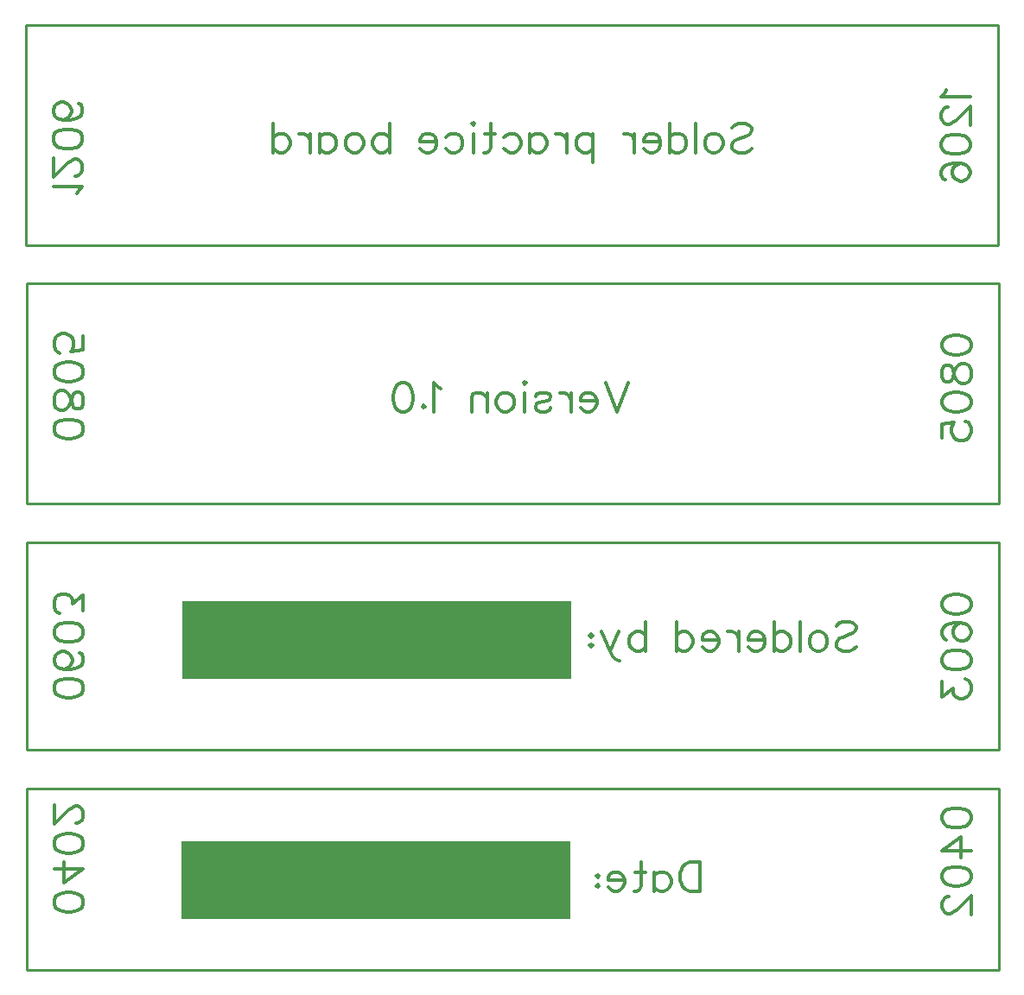
<source format=gbo>
G04 Layer: BottomSilkscreenLayer*
G04 EasyEDA v6.5.22, 2023-04-04 18:07:08*
G04 a67cddfb3fce44daa9051d46cbbcc19f,10*
G04 Gerber Generator version 0.2*
G04 Scale: 100 percent, Rotated: No, Reflected: No *
G04 Dimensions in inches *
G04 leading zeros omitted , absolute positions ,3 integer and 6 decimal *
%FSLAX36Y36*%
%MOIN*%

%ADD10C,0.0118*%
%ADD11C,0.0100*%

%LPD*%
D10*
X2424994Y2369178D02*
G01*
X2382046Y2256437D01*
X2339097Y2369178D02*
G01*
X2382046Y2256437D01*
X2303663Y2299385D02*
G01*
X2239240Y2299385D01*
X2239240Y2310124D01*
X2244609Y2320861D01*
X2249976Y2326230D01*
X2260715Y2331597D01*
X2276821Y2331597D01*
X2287557Y2326230D01*
X2298294Y2315491D01*
X2303663Y2299385D01*
X2303663Y2288649D01*
X2298294Y2272543D01*
X2287557Y2261806D01*
X2276821Y2256437D01*
X2260715Y2256437D01*
X2249976Y2261806D01*
X2239240Y2272543D01*
X2203806Y2331597D02*
G01*
X2203806Y2256437D01*
X2203806Y2299385D02*
G01*
X2198438Y2315491D01*
X2187700Y2326230D01*
X2176963Y2331597D01*
X2160857Y2331597D01*
X2066369Y2315491D02*
G01*
X2071738Y2326230D01*
X2087844Y2331597D01*
X2103950Y2331597D01*
X2120056Y2326230D01*
X2125424Y2315491D01*
X2120056Y2304755D01*
X2109318Y2299385D01*
X2082475Y2294018D01*
X2071738Y2288649D01*
X2066369Y2277912D01*
X2066369Y2272543D01*
X2071738Y2261806D01*
X2087844Y2256437D01*
X2103950Y2256437D01*
X2120056Y2261806D01*
X2125424Y2272543D01*
X2030937Y2369178D02*
G01*
X2025568Y2363809D01*
X2020200Y2369178D01*
X2025568Y2374546D01*
X2030937Y2369178D01*
X2025568Y2331597D02*
G01*
X2025568Y2256437D01*
X1957924Y2331597D02*
G01*
X1968661Y2326230D01*
X1979398Y2315491D01*
X1984767Y2299385D01*
X1984767Y2288649D01*
X1979398Y2272543D01*
X1968661Y2261806D01*
X1957924Y2256437D01*
X1941818Y2256437D01*
X1931080Y2261806D01*
X1920343Y2272543D01*
X1914975Y2288649D01*
X1914975Y2299385D01*
X1920343Y2315491D01*
X1931080Y2326230D01*
X1941818Y2331597D01*
X1957924Y2331597D01*
X1879542Y2331597D02*
G01*
X1879542Y2256437D01*
X1879542Y2310124D02*
G01*
X1863436Y2326230D01*
X1852698Y2331597D01*
X1836592Y2331597D01*
X1825855Y2326230D01*
X1820487Y2310124D01*
X1820487Y2256437D01*
X1702376Y2347703D02*
G01*
X1691638Y2353072D01*
X1675532Y2369178D01*
X1675532Y2256437D01*
X1634732Y2283281D02*
G01*
X1640100Y2277912D01*
X1634732Y2272543D01*
X1629363Y2277912D01*
X1634732Y2283281D01*
X1561718Y2369178D02*
G01*
X1577824Y2363809D01*
X1588560Y2347703D01*
X1593930Y2320861D01*
X1593930Y2304755D01*
X1588560Y2277912D01*
X1577824Y2261806D01*
X1561718Y2256437D01*
X1550981Y2256437D01*
X1534875Y2261806D01*
X1524138Y2277912D01*
X1518769Y2304755D01*
X1518769Y2320861D01*
X1524138Y2347703D01*
X1534875Y2363809D01*
X1550981Y2369178D01*
X1561718Y2369178D01*
X3227979Y1431223D02*
G01*
X3238716Y1441959D01*
X3254822Y1447328D01*
X3276297Y1447328D01*
X3292403Y1441959D01*
X3303140Y1431223D01*
X3303140Y1420486D01*
X3297772Y1409747D01*
X3292403Y1404380D01*
X3281665Y1399011D01*
X3249454Y1388274D01*
X3238716Y1382905D01*
X3233348Y1377536D01*
X3227979Y1366799D01*
X3227979Y1350693D01*
X3238716Y1339956D01*
X3254822Y1334587D01*
X3276297Y1334587D01*
X3292403Y1339956D01*
X3303140Y1350693D01*
X3165703Y1409747D02*
G01*
X3176441Y1404380D01*
X3187178Y1393641D01*
X3192547Y1377536D01*
X3192547Y1366799D01*
X3187178Y1350693D01*
X3176441Y1339956D01*
X3165703Y1334587D01*
X3149597Y1334587D01*
X3138860Y1339956D01*
X3128122Y1350693D01*
X3122754Y1366799D01*
X3122754Y1377536D01*
X3128122Y1393641D01*
X3138860Y1404380D01*
X3149597Y1409747D01*
X3165703Y1409747D01*
X3087322Y1447328D02*
G01*
X3087322Y1334587D01*
X2987465Y1447328D02*
G01*
X2987465Y1334587D01*
X2987465Y1393641D02*
G01*
X2998202Y1404380D01*
X3008940Y1409747D01*
X3025046Y1409747D01*
X3035783Y1404380D01*
X3046520Y1393641D01*
X3051889Y1377536D01*
X3051889Y1366799D01*
X3046520Y1350693D01*
X3035783Y1339956D01*
X3025046Y1334587D01*
X3008940Y1334587D01*
X2998202Y1339956D01*
X2987465Y1350693D01*
X2952031Y1377536D02*
G01*
X2887609Y1377536D01*
X2887609Y1388274D01*
X2892977Y1399011D01*
X2898346Y1404380D01*
X2909083Y1409747D01*
X2925189Y1409747D01*
X2935925Y1404380D01*
X2946664Y1393641D01*
X2952031Y1377536D01*
X2952031Y1366799D01*
X2946664Y1350693D01*
X2935925Y1339956D01*
X2925189Y1334587D01*
X2909083Y1334587D01*
X2898346Y1339956D01*
X2887609Y1350693D01*
X2852175Y1409747D02*
G01*
X2852175Y1334587D01*
X2852175Y1377536D02*
G01*
X2846806Y1393641D01*
X2836069Y1404380D01*
X2825331Y1409747D01*
X2809225Y1409747D01*
X2773792Y1377536D02*
G01*
X2709369Y1377536D01*
X2709369Y1388274D01*
X2714737Y1399011D01*
X2720106Y1404380D01*
X2730843Y1409747D01*
X2746949Y1409747D01*
X2757687Y1404380D01*
X2768424Y1393641D01*
X2773792Y1377536D01*
X2773792Y1366799D01*
X2768424Y1350693D01*
X2757687Y1339956D01*
X2746949Y1334587D01*
X2730843Y1334587D01*
X2720106Y1339956D01*
X2709369Y1350693D01*
X2609512Y1447328D02*
G01*
X2609512Y1334587D01*
X2609512Y1393641D02*
G01*
X2620249Y1404380D01*
X2630987Y1409747D01*
X2647093Y1409747D01*
X2657830Y1404380D01*
X2668567Y1393641D01*
X2673936Y1377536D01*
X2673936Y1366799D01*
X2668567Y1350693D01*
X2657830Y1339956D01*
X2647093Y1334587D01*
X2630987Y1334587D01*
X2620249Y1339956D01*
X2609512Y1350693D01*
X2491403Y1447328D02*
G01*
X2491403Y1334587D01*
X2491403Y1393641D02*
G01*
X2480666Y1404380D01*
X2469929Y1409747D01*
X2453823Y1409747D01*
X2443085Y1404380D01*
X2432348Y1393641D01*
X2426980Y1377536D01*
X2426980Y1366799D01*
X2432348Y1350693D01*
X2443085Y1339956D01*
X2453823Y1334587D01*
X2469929Y1334587D01*
X2480666Y1339956D01*
X2491403Y1350693D01*
X2386178Y1409747D02*
G01*
X2353966Y1334587D01*
X2321754Y1409747D02*
G01*
X2353966Y1334587D01*
X2364702Y1313112D01*
X2375441Y1302375D01*
X2386178Y1297006D01*
X2391547Y1297006D01*
X2280952Y1399011D02*
G01*
X2286320Y1393641D01*
X2280952Y1388274D01*
X2275583Y1393641D01*
X2280952Y1399011D01*
X2280952Y1361430D02*
G01*
X2286320Y1356062D01*
X2280952Y1350693D01*
X2275583Y1356062D01*
X2280952Y1361430D01*
X322363Y360345D02*
G01*
X316963Y344245D01*
X300864Y333546D01*
X273964Y328146D01*
X257863Y328146D01*
X231064Y333546D01*
X214963Y344245D01*
X209564Y360345D01*
X209564Y371145D01*
X214963Y387246D01*
X231064Y397946D01*
X257863Y403346D01*
X273964Y403346D01*
X300864Y397946D01*
X316963Y387246D01*
X322363Y371145D01*
X322363Y360345D01*
X322363Y492445D02*
G01*
X247163Y438746D01*
X247163Y519245D01*
X322363Y492445D02*
G01*
X209564Y492445D01*
X322363Y586945D02*
G01*
X316963Y570846D01*
X300864Y560046D01*
X273964Y554746D01*
X257863Y554746D01*
X231064Y560046D01*
X214963Y570846D01*
X209564Y586945D01*
X209564Y597645D01*
X214963Y613746D01*
X231064Y624445D01*
X257863Y629845D01*
X273964Y629845D01*
X300864Y624445D01*
X316963Y613746D01*
X322363Y597645D01*
X322363Y586945D01*
X295464Y670646D02*
G01*
X300864Y670646D01*
X311563Y676046D01*
X316963Y681446D01*
X322363Y692145D01*
X322363Y713645D01*
X316963Y724346D01*
X311563Y729746D01*
X300864Y735046D01*
X290163Y735046D01*
X279364Y729746D01*
X263263Y718946D01*
X209564Y665345D01*
X209564Y740446D01*
X322350Y1185347D02*
G01*
X316950Y1169245D01*
X300850Y1158546D01*
X274050Y1153146D01*
X257950Y1153146D01*
X231050Y1158546D01*
X214949Y1169245D01*
X209549Y1185347D01*
X209549Y1196046D01*
X214949Y1212247D01*
X231050Y1222946D01*
X257950Y1228346D01*
X274050Y1228346D01*
X300850Y1222946D01*
X316950Y1212247D01*
X322350Y1196046D01*
X322350Y1185347D01*
X306250Y1328146D02*
G01*
X316950Y1322746D01*
X322350Y1306646D01*
X322350Y1295945D01*
X316950Y1279846D01*
X300850Y1269146D01*
X274050Y1263746D01*
X247150Y1263746D01*
X225650Y1269146D01*
X214949Y1279846D01*
X209549Y1295945D01*
X209549Y1301345D01*
X214949Y1317447D01*
X225650Y1328146D01*
X241849Y1333546D01*
X247150Y1333546D01*
X263249Y1328146D01*
X274050Y1317447D01*
X279349Y1301345D01*
X279349Y1295945D01*
X274050Y1279846D01*
X263249Y1269146D01*
X247150Y1263746D01*
X322350Y1401145D02*
G01*
X316950Y1385046D01*
X300850Y1374346D01*
X274050Y1368946D01*
X257950Y1368946D01*
X231050Y1374346D01*
X214949Y1385046D01*
X209549Y1401145D01*
X209549Y1411945D01*
X214949Y1428047D01*
X231050Y1438746D01*
X257950Y1444146D01*
X274050Y1444146D01*
X300850Y1438746D01*
X316950Y1428047D01*
X322350Y1411945D01*
X322350Y1401145D01*
X322350Y1490246D02*
G01*
X322350Y1549346D01*
X279349Y1517145D01*
X279349Y1533247D01*
X274050Y1543946D01*
X268649Y1549346D01*
X252550Y1554747D01*
X241849Y1554747D01*
X225650Y1549346D01*
X214949Y1538645D01*
X209549Y1522546D01*
X209549Y1506446D01*
X214949Y1490246D01*
X220349Y1484947D01*
X231050Y1479546D01*
X322359Y2185336D02*
G01*
X316959Y2169236D01*
X300859Y2158537D01*
X274059Y2153135D01*
X257959Y2153135D01*
X231060Y2158537D01*
X214960Y2169236D01*
X209560Y2185336D01*
X209560Y2196136D01*
X214960Y2212237D01*
X231060Y2222935D01*
X257959Y2228335D01*
X274059Y2228335D01*
X300859Y2222935D01*
X316959Y2212237D01*
X322359Y2196136D01*
X322359Y2185336D01*
X322359Y2290536D02*
G01*
X316959Y2274436D01*
X306260Y2269137D01*
X295459Y2269137D01*
X284760Y2274436D01*
X279360Y2285236D01*
X274059Y2306637D01*
X268659Y2322836D01*
X257959Y2333537D01*
X247159Y2338937D01*
X231060Y2338937D01*
X220360Y2333537D01*
X214960Y2328135D01*
X209560Y2312037D01*
X209560Y2290536D01*
X214960Y2274436D01*
X220360Y2269137D01*
X231060Y2263737D01*
X247159Y2263737D01*
X257959Y2269137D01*
X268659Y2279836D01*
X274059Y2295936D01*
X279360Y2317437D01*
X284760Y2328135D01*
X295459Y2333537D01*
X306260Y2333537D01*
X316959Y2328135D01*
X322359Y2312037D01*
X322359Y2290536D01*
X322359Y2406536D02*
G01*
X316959Y2390435D01*
X300859Y2379737D01*
X274059Y2374337D01*
X257959Y2374337D01*
X231060Y2379737D01*
X214960Y2390435D01*
X209560Y2406536D01*
X209560Y2417237D01*
X214960Y2433335D01*
X231060Y2444137D01*
X257959Y2449537D01*
X274059Y2449537D01*
X300859Y2444137D01*
X316959Y2433335D01*
X322359Y2417237D01*
X322359Y2406536D01*
X322359Y2549337D02*
G01*
X322359Y2495635D01*
X274059Y2490336D01*
X279360Y2495635D01*
X284760Y2511736D01*
X284760Y2527836D01*
X279360Y2543937D01*
X268659Y2554737D01*
X252559Y2560036D01*
X241759Y2560036D01*
X225659Y2554737D01*
X214960Y2543937D01*
X209560Y2527836D01*
X209560Y2511736D01*
X214960Y2495635D01*
X220360Y2490336D01*
X231060Y2484937D01*
X297705Y3099996D02*
G01*
X303105Y3110697D01*
X319205Y3126795D01*
X206406Y3126795D01*
X292305Y3167595D02*
G01*
X297705Y3167595D01*
X308405Y3172995D01*
X313805Y3178397D01*
X319205Y3189095D01*
X319205Y3210596D01*
X313805Y3221296D01*
X308405Y3226696D01*
X297705Y3232096D01*
X287006Y3232096D01*
X276206Y3226696D01*
X260106Y3215997D01*
X206406Y3162296D01*
X206406Y3237395D01*
X319205Y3305095D02*
G01*
X313805Y3288996D01*
X297705Y3278197D01*
X270905Y3272896D01*
X254805Y3272896D01*
X227905Y3278197D01*
X211806Y3288996D01*
X206406Y3305095D01*
X206406Y3315796D01*
X211806Y3331896D01*
X227905Y3342696D01*
X254805Y3347995D01*
X270905Y3347995D01*
X297705Y3342696D01*
X313805Y3331896D01*
X319205Y3315796D01*
X319205Y3305095D01*
X303105Y3447896D02*
G01*
X313805Y3442496D01*
X319205Y3426397D01*
X319205Y3415697D01*
X313805Y3399596D01*
X297705Y3388796D01*
X270905Y3383497D01*
X244005Y3383497D01*
X222505Y3388796D01*
X211806Y3399596D01*
X206406Y3415697D01*
X206406Y3420997D01*
X211806Y3437096D01*
X222505Y3447896D01*
X238605Y3453296D01*
X244005Y3453296D01*
X260106Y3447896D01*
X270905Y3437096D01*
X276206Y3420997D01*
X276206Y3415697D01*
X270905Y3399596D01*
X260106Y3388796D01*
X244005Y3383497D01*
X3652289Y3499987D02*
G01*
X3646889Y3489286D01*
X3630789Y3473186D01*
X3743589Y3473186D01*
X3657689Y3432386D02*
G01*
X3652289Y3432386D01*
X3641589Y3426986D01*
X3636189Y3421586D01*
X3630789Y3410886D01*
X3630789Y3389387D01*
X3636189Y3378685D01*
X3641589Y3373287D01*
X3652289Y3367887D01*
X3662988Y3367887D01*
X3673788Y3373287D01*
X3689889Y3383987D01*
X3743589Y3437687D01*
X3743589Y3362586D01*
X3630789Y3294886D02*
G01*
X3636189Y3310985D01*
X3652289Y3321786D01*
X3679089Y3327087D01*
X3695189Y3327087D01*
X3722088Y3321786D01*
X3738189Y3310985D01*
X3743589Y3294886D01*
X3743589Y3284187D01*
X3738189Y3268087D01*
X3722088Y3257287D01*
X3695189Y3251986D01*
X3679089Y3251986D01*
X3652289Y3257287D01*
X3636189Y3268087D01*
X3630789Y3284187D01*
X3630789Y3294886D01*
X3646889Y3152087D02*
G01*
X3636189Y3157487D01*
X3630789Y3173587D01*
X3630789Y3184286D01*
X3636189Y3200387D01*
X3652289Y3211185D01*
X3679089Y3216487D01*
X3705988Y3216487D01*
X3727488Y3211185D01*
X3738189Y3200387D01*
X3743589Y3184286D01*
X3743589Y3178987D01*
X3738189Y3162887D01*
X3727488Y3152087D01*
X3711388Y3146687D01*
X3705988Y3146687D01*
X3689889Y3152087D01*
X3679089Y3162887D01*
X3673788Y3178987D01*
X3673788Y3184286D01*
X3679089Y3200387D01*
X3689889Y3211185D01*
X3705988Y3216487D01*
X3633940Y2520940D02*
G01*
X3639340Y2537040D01*
X3655439Y2547739D01*
X3682240Y2553139D01*
X3698339Y2553139D01*
X3725240Y2547739D01*
X3741340Y2537040D01*
X3746740Y2520940D01*
X3746740Y2510239D01*
X3741340Y2494038D01*
X3725240Y2483339D01*
X3698339Y2477939D01*
X3682240Y2477939D01*
X3655439Y2483339D01*
X3639340Y2494038D01*
X3633940Y2510239D01*
X3633940Y2520940D01*
X3633940Y2415740D02*
G01*
X3639340Y2431840D01*
X3650039Y2437139D01*
X3660839Y2437139D01*
X3671540Y2431840D01*
X3676940Y2421039D01*
X3682240Y2399639D01*
X3687640Y2383539D01*
X3698339Y2372739D01*
X3709139Y2367339D01*
X3725240Y2367339D01*
X3735940Y2372739D01*
X3741340Y2378139D01*
X3746740Y2394238D01*
X3746740Y2415740D01*
X3741340Y2431840D01*
X3735940Y2437139D01*
X3725240Y2442539D01*
X3709139Y2442539D01*
X3698339Y2437139D01*
X3687640Y2426439D01*
X3682240Y2410340D01*
X3676940Y2388838D01*
X3671540Y2378139D01*
X3660839Y2372739D01*
X3650039Y2372739D01*
X3639340Y2378139D01*
X3633940Y2394238D01*
X3633940Y2415740D01*
X3633940Y2299740D02*
G01*
X3639340Y2315839D01*
X3655439Y2326538D01*
X3682240Y2331939D01*
X3698339Y2331939D01*
X3725240Y2326538D01*
X3741340Y2315839D01*
X3746740Y2299740D01*
X3746740Y2289038D01*
X3741340Y2272939D01*
X3725240Y2262139D01*
X3698339Y2256840D01*
X3682240Y2256840D01*
X3655439Y2262139D01*
X3639340Y2272939D01*
X3633940Y2289038D01*
X3633940Y2299740D01*
X3633940Y2156939D02*
G01*
X3633940Y2210639D01*
X3682240Y2216039D01*
X3676940Y2210639D01*
X3671540Y2194540D01*
X3671540Y2178440D01*
X3676940Y2162339D01*
X3687640Y2151538D01*
X3703739Y2146239D01*
X3714539Y2146239D01*
X3730640Y2151538D01*
X3741340Y2162339D01*
X3746740Y2178440D01*
X3746740Y2194540D01*
X3741340Y2210639D01*
X3735940Y2216039D01*
X3725240Y2221338D01*
X3633939Y1520943D02*
G01*
X3639339Y1537042D01*
X3655439Y1547743D01*
X3682238Y1553143D01*
X3698341Y1553143D01*
X3725239Y1547743D01*
X3741340Y1537042D01*
X3746740Y1520943D01*
X3746740Y1510243D01*
X3741340Y1494043D01*
X3725239Y1483342D01*
X3698341Y1477943D01*
X3682238Y1477943D01*
X3655439Y1483342D01*
X3639339Y1494043D01*
X3633939Y1510243D01*
X3633939Y1520943D01*
X3650039Y1378143D02*
G01*
X3639339Y1383542D01*
X3633939Y1399643D01*
X3633939Y1410342D01*
X3639339Y1426442D01*
X3655439Y1437143D01*
X3682238Y1442543D01*
X3709138Y1442543D01*
X3730639Y1437143D01*
X3741340Y1426442D01*
X3746740Y1410342D01*
X3746740Y1404942D01*
X3741340Y1388843D01*
X3730639Y1378143D01*
X3714439Y1372743D01*
X3709138Y1372743D01*
X3693038Y1378143D01*
X3682238Y1388843D01*
X3676939Y1404942D01*
X3676939Y1410342D01*
X3682238Y1426442D01*
X3693038Y1437143D01*
X3709138Y1442543D01*
X3633939Y1305142D02*
G01*
X3639339Y1321242D01*
X3655439Y1331943D01*
X3682238Y1337343D01*
X3698341Y1337343D01*
X3725239Y1331943D01*
X3741340Y1321242D01*
X3746740Y1305142D01*
X3746740Y1294342D01*
X3741340Y1278243D01*
X3725239Y1267543D01*
X3698341Y1262143D01*
X3682238Y1262143D01*
X3655439Y1267543D01*
X3639339Y1278243D01*
X3633939Y1294342D01*
X3633939Y1305142D01*
X3633939Y1216042D02*
G01*
X3633939Y1156943D01*
X3676939Y1189142D01*
X3676939Y1173042D01*
X3682238Y1162343D01*
X3687638Y1156943D01*
X3703741Y1151543D01*
X3714439Y1151543D01*
X3730639Y1156943D01*
X3741340Y1167642D01*
X3746740Y1183742D01*
X3746740Y1199843D01*
X3741340Y1216042D01*
X3735940Y1221343D01*
X3725239Y1226743D01*
X3633924Y695940D02*
G01*
X3639324Y712040D01*
X3655424Y722739D01*
X3682325Y728139D01*
X3698424Y728139D01*
X3725225Y722739D01*
X3741324Y712040D01*
X3746724Y695940D01*
X3746724Y685239D01*
X3741324Y669040D01*
X3725225Y658339D01*
X3698424Y652939D01*
X3682325Y652939D01*
X3655424Y658339D01*
X3639324Y669040D01*
X3633924Y685239D01*
X3633924Y695940D01*
X3633924Y563840D02*
G01*
X3709125Y617539D01*
X3709125Y537040D01*
X3633924Y563840D02*
G01*
X3746724Y563840D01*
X3633924Y469340D02*
G01*
X3639324Y485439D01*
X3655424Y496239D01*
X3682325Y501539D01*
X3698424Y501539D01*
X3725225Y496239D01*
X3741324Y485439D01*
X3746724Y469340D01*
X3746724Y458640D01*
X3741324Y442539D01*
X3725225Y431840D01*
X3698424Y426439D01*
X3682325Y426439D01*
X3655424Y431840D01*
X3639324Y442539D01*
X3633924Y458640D01*
X3633924Y469340D01*
X3660825Y385639D02*
G01*
X3655424Y385639D01*
X3644724Y380239D01*
X3639324Y374839D01*
X3633924Y364140D01*
X3633924Y342640D01*
X3639324Y331939D01*
X3644724Y326539D01*
X3655424Y321239D01*
X3666125Y321239D01*
X3676925Y326539D01*
X3693024Y337339D01*
X3746724Y391039D01*
X3746724Y315839D01*
X2699994Y519182D02*
G01*
X2699994Y406440D01*
X2699994Y519182D02*
G01*
X2662415Y519182D01*
X2646309Y513814D01*
X2635571Y503076D01*
X2630203Y492339D01*
X2624834Y476233D01*
X2624834Y449389D01*
X2630203Y433285D01*
X2635571Y422546D01*
X2646309Y411810D01*
X2662415Y406440D01*
X2699994Y406440D01*
X2524976Y481601D02*
G01*
X2524976Y406440D01*
X2524976Y465495D02*
G01*
X2535715Y476233D01*
X2546451Y481601D01*
X2562557Y481601D01*
X2573294Y476233D01*
X2584031Y465495D01*
X2589400Y449389D01*
X2589400Y438652D01*
X2584031Y422546D01*
X2573294Y411810D01*
X2562557Y406440D01*
X2546451Y406440D01*
X2535715Y411810D01*
X2524976Y422546D01*
X2473438Y519182D02*
G01*
X2473438Y427916D01*
X2468069Y411810D01*
X2457332Y406440D01*
X2446594Y406440D01*
X2489543Y481601D02*
G01*
X2451963Y481601D01*
X2411162Y449389D02*
G01*
X2346738Y449389D01*
X2346738Y460127D01*
X2352106Y470864D01*
X2357475Y476233D01*
X2368212Y481601D01*
X2384318Y481601D01*
X2395056Y476233D01*
X2405793Y465495D01*
X2411162Y449389D01*
X2411162Y438652D01*
X2405793Y422546D01*
X2395056Y411810D01*
X2384318Y406440D01*
X2368212Y406440D01*
X2357475Y411810D01*
X2346738Y422546D01*
X2305937Y470864D02*
G01*
X2311306Y465495D01*
X2305937Y460127D01*
X2300568Y465495D01*
X2305937Y470864D01*
X2305937Y433285D02*
G01*
X2311306Y427916D01*
X2305937Y422546D01*
X2300568Y427916D01*
X2305937Y433285D01*
X2824832Y3353071D02*
G01*
X2835569Y3363807D01*
X2851675Y3369176D01*
X2873150Y3369176D01*
X2889256Y3363807D01*
X2899993Y3353071D01*
X2899993Y3342334D01*
X2894624Y3331595D01*
X2889256Y3326228D01*
X2878518Y3320859D01*
X2846307Y3310122D01*
X2835569Y3304753D01*
X2830201Y3299384D01*
X2824832Y3288647D01*
X2824832Y3272541D01*
X2835569Y3261804D01*
X2851675Y3256435D01*
X2873150Y3256435D01*
X2889256Y3261804D01*
X2899993Y3272541D01*
X2762556Y3331595D02*
G01*
X2773293Y3326228D01*
X2784031Y3315490D01*
X2789399Y3299384D01*
X2789399Y3288647D01*
X2784031Y3272541D01*
X2773293Y3261804D01*
X2762556Y3256435D01*
X2746450Y3256435D01*
X2735713Y3261804D01*
X2724975Y3272541D01*
X2719607Y3288647D01*
X2719607Y3299384D01*
X2724975Y3315490D01*
X2735713Y3326228D01*
X2746450Y3331595D01*
X2762556Y3331595D01*
X2684174Y3369176D02*
G01*
X2684174Y3256435D01*
X2584318Y3369176D02*
G01*
X2584318Y3256435D01*
X2584318Y3315490D02*
G01*
X2595055Y3326228D01*
X2605793Y3331595D01*
X2621899Y3331595D01*
X2632636Y3326228D01*
X2643373Y3315490D01*
X2648742Y3299384D01*
X2648742Y3288647D01*
X2643373Y3272541D01*
X2632636Y3261804D01*
X2621899Y3256435D01*
X2605793Y3256435D01*
X2595055Y3261804D01*
X2584318Y3272541D01*
X2548885Y3299384D02*
G01*
X2484462Y3299384D01*
X2484462Y3310122D01*
X2489830Y3320859D01*
X2495199Y3326228D01*
X2505936Y3331595D01*
X2522042Y3331595D01*
X2532779Y3326228D01*
X2543517Y3315490D01*
X2548885Y3299384D01*
X2548885Y3288647D01*
X2543517Y3272541D01*
X2532779Y3261804D01*
X2522042Y3256435D01*
X2505936Y3256435D01*
X2495199Y3261804D01*
X2484462Y3272541D01*
X2449029Y3331595D02*
G01*
X2449029Y3256435D01*
X2449029Y3299384D02*
G01*
X2443660Y3315490D01*
X2432923Y3326228D01*
X2422184Y3331595D01*
X2406078Y3331595D01*
X2287969Y3331595D02*
G01*
X2287969Y3218854D01*
X2287969Y3315490D02*
G01*
X2277232Y3326228D01*
X2266495Y3331595D01*
X2250388Y3331595D01*
X2239651Y3326228D01*
X2228914Y3315490D01*
X2223545Y3299384D01*
X2223545Y3288647D01*
X2228914Y3272541D01*
X2239651Y3261804D01*
X2250388Y3256435D01*
X2266495Y3256435D01*
X2277232Y3261804D01*
X2287969Y3272541D01*
X2188113Y3331595D02*
G01*
X2188113Y3256435D01*
X2188113Y3299384D02*
G01*
X2182744Y3315490D01*
X2172007Y3326228D01*
X2161270Y3331595D01*
X2145164Y3331595D01*
X2045307Y3331595D02*
G01*
X2045307Y3256435D01*
X2045307Y3315490D02*
G01*
X2056044Y3326228D01*
X2066782Y3331595D01*
X2082888Y3331595D01*
X2093625Y3326228D01*
X2104362Y3315490D01*
X2109731Y3299384D01*
X2109731Y3288647D01*
X2104362Y3272541D01*
X2093625Y3261804D01*
X2082888Y3256435D01*
X2066782Y3256435D01*
X2056044Y3261804D01*
X2045307Y3272541D01*
X1945450Y3315490D02*
G01*
X1956188Y3326228D01*
X1966925Y3331595D01*
X1983031Y3331595D01*
X1993768Y3326228D01*
X2004504Y3315490D01*
X2009873Y3299384D01*
X2009873Y3288647D01*
X2004504Y3272541D01*
X1993768Y3261804D01*
X1983031Y3256435D01*
X1966925Y3256435D01*
X1956188Y3261804D01*
X1945450Y3272541D01*
X1893912Y3369176D02*
G01*
X1893912Y3277910D01*
X1888542Y3261804D01*
X1877806Y3256435D01*
X1867067Y3256435D01*
X1910016Y3331595D02*
G01*
X1872437Y3331595D01*
X1831634Y3369176D02*
G01*
X1826266Y3363807D01*
X1820897Y3369176D01*
X1826266Y3374544D01*
X1831634Y3369176D01*
X1826266Y3331595D02*
G01*
X1826266Y3256435D01*
X1721040Y3315490D02*
G01*
X1731778Y3326228D01*
X1742515Y3331595D01*
X1758621Y3331595D01*
X1769359Y3326228D01*
X1780096Y3315490D01*
X1785465Y3299384D01*
X1785465Y3288647D01*
X1780096Y3272541D01*
X1769359Y3261804D01*
X1758621Y3256435D01*
X1742515Y3256435D01*
X1731778Y3261804D01*
X1721040Y3272541D01*
X1685608Y3299384D02*
G01*
X1621184Y3299384D01*
X1621184Y3310122D01*
X1626553Y3320859D01*
X1631922Y3326228D01*
X1642659Y3331595D01*
X1658765Y3331595D01*
X1669503Y3326228D01*
X1680240Y3315490D01*
X1685608Y3299384D01*
X1685608Y3288647D01*
X1680240Y3272541D01*
X1669503Y3261804D01*
X1658765Y3256435D01*
X1642659Y3256435D01*
X1631922Y3261804D01*
X1621184Y3272541D01*
X1503074Y3369176D02*
G01*
X1503074Y3256435D01*
X1503074Y3315490D02*
G01*
X1492337Y3326228D01*
X1481599Y3331595D01*
X1465493Y3331595D01*
X1454756Y3326228D01*
X1444020Y3315490D01*
X1438650Y3299384D01*
X1438650Y3288647D01*
X1444020Y3272541D01*
X1454756Y3261804D01*
X1465493Y3256435D01*
X1481599Y3256435D01*
X1492337Y3261804D01*
X1503074Y3272541D01*
X1376374Y3331595D02*
G01*
X1387111Y3326228D01*
X1397849Y3315490D01*
X1403217Y3299384D01*
X1403217Y3288647D01*
X1397849Y3272541D01*
X1387111Y3261804D01*
X1376374Y3256435D01*
X1360268Y3256435D01*
X1349531Y3261804D01*
X1338795Y3272541D01*
X1333425Y3288647D01*
X1333425Y3299384D01*
X1338795Y3315490D01*
X1349531Y3326228D01*
X1360268Y3331595D01*
X1376374Y3331595D01*
X1233568Y3331595D02*
G01*
X1233568Y3256435D01*
X1233568Y3315490D02*
G01*
X1244306Y3326228D01*
X1255043Y3331595D01*
X1271149Y3331595D01*
X1281886Y3326228D01*
X1292623Y3315490D01*
X1297992Y3299384D01*
X1297992Y3288647D01*
X1292623Y3272541D01*
X1281886Y3261804D01*
X1271149Y3256435D01*
X1255043Y3256435D01*
X1244306Y3261804D01*
X1233568Y3272541D01*
X1198136Y3331595D02*
G01*
X1198136Y3256435D01*
X1198136Y3299384D02*
G01*
X1192767Y3315490D01*
X1182030Y3326228D01*
X1171292Y3331595D01*
X1155186Y3331595D01*
X1055330Y3369176D02*
G01*
X1055330Y3256435D01*
X1055330Y3315490D02*
G01*
X1066067Y3326228D01*
X1076805Y3331595D01*
X1092911Y3331595D01*
X1103648Y3326228D01*
X1114386Y3315490D01*
X1119754Y3299384D01*
X1119754Y3288647D01*
X1114386Y3272541D01*
X1103648Y3261804D01*
X1092911Y3256435D01*
X1076805Y3256435D01*
X1066067Y3261804D01*
X1055330Y3272541D01*
G36*
X703150Y1528150D02*
G01*
X2203150Y1528150D01*
X2203150Y1228150D01*
X703150Y1228150D01*
G37*
D11*
X103150Y2753139D02*
G01*
X3853140Y2753139D01*
X3853140Y1903139D01*
X103150Y1903139D01*
X103150Y2753139D01*
X100000Y3749989D02*
G01*
X3849989Y3749989D01*
X3849989Y2899989D01*
X100000Y2899989D01*
X100000Y3749989D01*
X103150Y1753139D02*
G01*
X3853140Y1753139D01*
X3853140Y953139D01*
X103150Y953139D01*
X103150Y1753139D01*
X103150Y803150D02*
G01*
X3853140Y803150D01*
X3853140Y103150D01*
X103150Y103150D01*
X103150Y803150D01*
G36*
X700000Y600000D02*
G01*
X2200000Y600000D01*
X2200000Y300000D01*
X700000Y300000D01*
G37*
M02*

</source>
